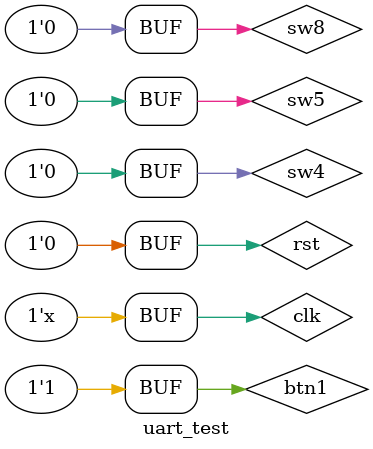
<source format=v>
`timescale 1ns / 1ps


module uart_test;

	// Inputs
	reg rst;
	reg clk;
	reg btn1;
	reg sw4;
	reg sw5;
	reg sw8;

	// Outputs
	wire rts;
	wire txd;

	// Instantiate the Unit Under Test (UUT)
	uart uut (
		.rst(rst), 
		.clk(clk), 
		.btn1(btn1), 
		.sw4(sw4), 
		.sw5(sw5), 
		.sw8(sw8), 
		.rts(rts), 
		.txd(txd)
	);

	initial begin
		// Initialize Inputs
		rst = 1;
		clk = 0;
		btn1 = 0;
		sw4 = 0;
		sw5 = 0;
		sw8 = 0;

		// Wait 100 ns for global reset to finish
		#100;
		rst = 0;
		btn1 = 1;
        
		// Add stimulus here

	end
	
	always #1
		clk <= ~clk;
      
endmodule


</source>
